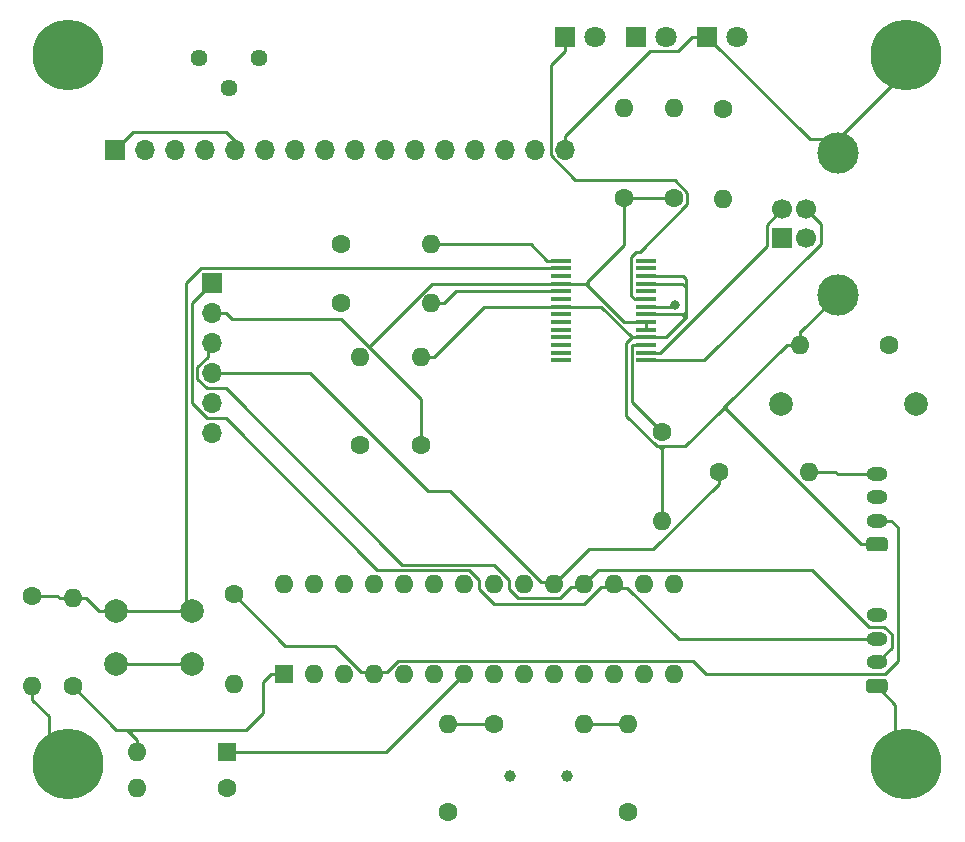
<source format=gbr>
%TF.GenerationSoftware,KiCad,Pcbnew,5.1.6*%
%TF.CreationDate,2020-08-22T14:38:23+02:00*%
%TF.ProjectId,livello_serbatoio_definitiva,6c697665-6c6c-46f5-9f73-65726261746f,rev?*%
%TF.SameCoordinates,Original*%
%TF.FileFunction,Copper,L1,Top*%
%TF.FilePolarity,Positive*%
%FSLAX46Y46*%
G04 Gerber Fmt 4.6, Leading zero omitted, Abs format (unit mm)*
G04 Created by KiCad (PCBNEW 5.1.6) date 2020-08-22 14:38:23*
%MOMM*%
%LPD*%
G01*
G04 APERTURE LIST*
%TA.AperFunction,ComponentPad*%
%ADD10R,1.600000X1.600000*%
%TD*%
%TA.AperFunction,ComponentPad*%
%ADD11O,1.600000X1.600000*%
%TD*%
%TA.AperFunction,ComponentPad*%
%ADD12R,1.700000X1.700000*%
%TD*%
%TA.AperFunction,ComponentPad*%
%ADD13C,1.700000*%
%TD*%
%TA.AperFunction,ComponentPad*%
%ADD14C,3.500000*%
%TD*%
%TA.AperFunction,ComponentPad*%
%ADD15C,6.000000*%
%TD*%
%TA.AperFunction,ComponentPad*%
%ADD16C,0.800000*%
%TD*%
%TA.AperFunction,ComponentPad*%
%ADD17C,1.000000*%
%TD*%
%TA.AperFunction,ComponentPad*%
%ADD18C,2.000000*%
%TD*%
%TA.AperFunction,ComponentPad*%
%ADD19C,1.600000*%
%TD*%
%TA.AperFunction,SMDPad,CuDef*%
%ADD20R,1.750000X0.450000*%
%TD*%
%TA.AperFunction,ComponentPad*%
%ADD21C,1.800000*%
%TD*%
%TA.AperFunction,ComponentPad*%
%ADD22R,1.800000X1.800000*%
%TD*%
%TA.AperFunction,ComponentPad*%
%ADD23O,1.800000X1.200000*%
%TD*%
%TA.AperFunction,ComponentPad*%
%ADD24C,1.440000*%
%TD*%
%TA.AperFunction,ComponentPad*%
%ADD25O,1.700000X1.700000*%
%TD*%
%TA.AperFunction,ViaPad*%
%ADD26C,0.800000*%
%TD*%
%TA.AperFunction,Conductor*%
%ADD27C,0.254000*%
%TD*%
G04 APERTURE END LIST*
D10*
%TO.P,U2,1*%
%TO.N,ICSP_RST*%
X111300000Y-126400000D03*
D11*
%TO.P,U2,15*%
%TO.N,BLA*%
X144320000Y-118780000D03*
%TO.P,U2,2*%
%TO.N,TX*%
X113840000Y-126400000D03*
%TO.P,U2,16*%
%TO.N,Net-(U2-Pad16)*%
X141780000Y-118780000D03*
%TO.P,U2,3*%
%TO.N,RX*%
X116380000Y-126400000D03*
%TO.P,U2,17*%
%TO.N,D11*%
X139240000Y-118780000D03*
%TO.P,U2,4*%
%TO.N,D2*%
X118920000Y-126400000D03*
%TO.P,U2,18*%
%TO.N,D12*%
X136700000Y-118780000D03*
%TO.P,U2,5*%
%TO.N,D3*%
X121460000Y-126400000D03*
%TO.P,U2,19*%
%TO.N,D13*%
X134160000Y-118780000D03*
%TO.P,U2,6*%
%TO.N,D4*%
X124000000Y-126400000D03*
%TO.P,U2,20*%
%TO.N,VDD*%
X131620000Y-118780000D03*
%TO.P,U2,7*%
X126540000Y-126400000D03*
%TO.P,U2,21*%
%TO.N,Net-(C3-Pad1)*%
X129080000Y-118780000D03*
%TO.P,U2,8*%
%TO.N,BLK*%
X129080000Y-126400000D03*
%TO.P,U2,22*%
X126540000Y-118780000D03*
%TO.P,U2,9*%
%TO.N,Net-(C7-Pad2)*%
X131620000Y-126400000D03*
%TO.P,U2,23*%
%TO.N,Net-(U2-Pad23)*%
X124000000Y-118780000D03*
%TO.P,U2,10*%
%TO.N,Net-(C8-Pad2)*%
X134160000Y-126400000D03*
%TO.P,U2,24*%
%TO.N,Net-(U2-Pad24)*%
X121460000Y-118780000D03*
%TO.P,U2,11*%
%TO.N,D5*%
X136700000Y-126400000D03*
%TO.P,U2,25*%
%TO.N,Net-(U2-Pad25)*%
X118920000Y-118780000D03*
%TO.P,U2,12*%
%TO.N,D6*%
X139240000Y-126400000D03*
%TO.P,U2,26*%
%TO.N,Net-(U2-Pad26)*%
X116380000Y-118780000D03*
%TO.P,U2,13*%
%TO.N,D7*%
X141780000Y-126400000D03*
%TO.P,U2,27*%
%TO.N,Net-(U2-Pad27)*%
X113840000Y-118780000D03*
%TO.P,U2,14*%
%TO.N,D8*%
X144320000Y-126400000D03*
%TO.P,U2,28*%
%TO.N,Net-(U2-Pad28)*%
X111300000Y-118780000D03*
%TD*%
D12*
%TO.P,J1,1*%
%TO.N,Net-(C1-Pad1)*%
X153500000Y-89500000D03*
D13*
%TO.P,J1,2*%
%TO.N,Net-(J1-Pad2)*%
X153500000Y-87000000D03*
%TO.P,J1,3*%
%TO.N,Net-(J1-Pad3)*%
X155500000Y-87000000D03*
%TO.P,J1,4*%
%TO.N,BLK*%
X155500000Y-89500000D03*
D14*
%TO.P,J1,5*%
X158210000Y-94270000D03*
X158210000Y-82230000D03*
%TD*%
D15*
%TO.P,H4,1*%
%TO.N,BLK*%
X93000000Y-134000000D03*
D16*
X95250000Y-134000000D03*
X94590990Y-135590990D03*
X93000000Y-136250000D03*
X91409010Y-135590990D03*
X90750000Y-134000000D03*
X91409010Y-132409010D03*
X93000000Y-131750000D03*
X94590990Y-132409010D03*
%TD*%
D17*
%TO.P,Y1,1*%
%TO.N,Net-(C8-Pad2)*%
X135290000Y-135050000D03*
%TO.P,Y1,2*%
%TO.N,Net-(C7-Pad2)*%
X130410000Y-135050000D03*
%TD*%
D18*
%TO.P,F1,1*%
%TO.N,VDD*%
X153400000Y-103500000D03*
%TO.P,F1,2*%
%TO.N,Net-(C1-Pad1)*%
X164800000Y-103500000D03*
%TD*%
D19*
%TO.P,C3,1*%
%TO.N,Net-(C3-Pad1)*%
X117700000Y-107000000D03*
D11*
%TO.P,C3,2*%
%TO.N,BLK*%
X117700000Y-99500000D03*
%TD*%
D20*
%TO.P,U1,1*%
%TO.N,Net-(R1-Pad2)*%
X134750000Y-91375000D03*
%TO.P,U1,2*%
%TO.N,DTR*%
X134750000Y-92025000D03*
%TO.P,U1,3*%
%TO.N,Net-(U1-Pad3)*%
X134750000Y-92675000D03*
%TO.P,U1,4*%
%TO.N,VDD*%
X134750000Y-93325000D03*
%TO.P,U1,5*%
%TO.N,Net-(R2-Pad2)*%
X134750000Y-93975000D03*
%TO.P,U1,6*%
%TO.N,Net-(U1-Pad6)*%
X134750000Y-94625000D03*
%TO.P,U1,7*%
%TO.N,BLK*%
X134750000Y-95275000D03*
%TO.P,U1,8*%
%TO.N,N/C*%
X134750000Y-95925000D03*
%TO.P,U1,9*%
%TO.N,Net-(U1-Pad9)*%
X134750000Y-96575000D03*
%TO.P,U1,10*%
%TO.N,Net-(U1-Pad10)*%
X134750000Y-97225000D03*
%TO.P,U1,11*%
%TO.N,Net-(U1-Pad11)*%
X134750000Y-97875000D03*
%TO.P,U1,12*%
%TO.N,Net-(U1-Pad12)*%
X134750000Y-98525000D03*
%TO.P,U1,13*%
%TO.N,Net-(U1-Pad13)*%
X134750000Y-99175000D03*
%TO.P,U1,14*%
%TO.N,Net-(U1-Pad14)*%
X134750000Y-99825000D03*
%TO.P,U1,15*%
%TO.N,Net-(J1-Pad3)*%
X141950000Y-99825000D03*
%TO.P,U1,16*%
%TO.N,Net-(J1-Pad2)*%
X141950000Y-99175000D03*
%TO.P,U1,17*%
%TO.N,Net-(C2-Pad1)*%
X141950000Y-98525000D03*
%TO.P,U1,18*%
%TO.N,BLK*%
X141950000Y-97875000D03*
%TO.P,U1,19*%
%TO.N,VDD*%
X141950000Y-97225000D03*
%TO.P,U1,20*%
X141950000Y-96575000D03*
%TO.P,U1,21*%
%TO.N,BLK*%
X141950000Y-95925000D03*
%TO.P,U1,22*%
%TO.N,Net-(D2-Pad1)*%
X141950000Y-95275000D03*
%TO.P,U1,23*%
%TO.N,Net-(D1-Pad1)*%
X141950000Y-94625000D03*
%TO.P,U1,24*%
%TO.N,N/C*%
X141950000Y-93975000D03*
%TO.P,U1,25*%
%TO.N,BLK*%
X141950000Y-93325000D03*
%TO.P,U1,26*%
X141950000Y-92675000D03*
%TO.P,U1,27*%
%TO.N,Net-(U1-Pad27)*%
X141950000Y-92025000D03*
%TO.P,U1,28*%
%TO.N,Net-(U1-Pad28)*%
X141950000Y-91375000D03*
%TD*%
D19*
%TO.P,C2,1*%
%TO.N,Net-(C2-Pad1)*%
X143300000Y-105900000D03*
D11*
%TO.P,C2,2*%
%TO.N,BLK*%
X143300000Y-113400000D03*
%TD*%
%TO.P,C1,2*%
%TO.N,BLK*%
X155000000Y-98500000D03*
D19*
%TO.P,C1,1*%
%TO.N,Net-(C1-Pad1)*%
X162500000Y-98500000D03*
%TD*%
D11*
%TO.P,C4,2*%
%TO.N,DTR*%
X93400000Y-119900000D03*
D19*
%TO.P,C4,1*%
%TO.N,ICSP_RST*%
X93400000Y-127400000D03*
%TD*%
D11*
%TO.P,C6,2*%
%TO.N,BLK*%
X122900000Y-99500000D03*
D19*
%TO.P,C6,1*%
%TO.N,VDD*%
X122900000Y-107000000D03*
%TD*%
%TO.P,C7,1*%
%TO.N,BLK*%
X125200000Y-138100000D03*
D11*
%TO.P,C7,2*%
%TO.N,Net-(C7-Pad2)*%
X125200000Y-130600000D03*
%TD*%
%TO.P,C8,2*%
%TO.N,Net-(C8-Pad2)*%
X140400000Y-130600000D03*
D19*
%TO.P,C8,1*%
%TO.N,BLK*%
X140400000Y-138100000D03*
%TD*%
D21*
%TO.P,D1,2*%
%TO.N,Net-(D1-Pad2)*%
X137640000Y-72400000D03*
D22*
%TO.P,D1,1*%
%TO.N,Net-(D1-Pad1)*%
X135100000Y-72400000D03*
%TD*%
%TO.P,D2,1*%
%TO.N,Net-(D2-Pad1)*%
X141100000Y-72400000D03*
D21*
%TO.P,D2,2*%
%TO.N,Net-(D2-Pad2)*%
X143640000Y-72400000D03*
%TD*%
D10*
%TO.P,D3,1*%
%TO.N,VDD*%
X106500000Y-133000000D03*
D11*
%TO.P,D3,2*%
%TO.N,ICSP_RST*%
X98880000Y-133000000D03*
%TD*%
D22*
%TO.P,D4,1*%
%TO.N,BLK*%
X147100000Y-72400000D03*
D21*
%TO.P,D4,2*%
%TO.N,Net-(D4-Pad2)*%
X149640000Y-72400000D03*
%TD*%
%TO.P,J4,1*%
%TO.N,BLK*%
%TA.AperFunction,ComponentPad*%
G36*
G01*
X162150001Y-116000000D02*
X160849999Y-116000000D01*
G75*
G02*
X160600000Y-115750001I0J249999D01*
G01*
X160600000Y-115049999D01*
G75*
G02*
X160849999Y-114800000I249999J0D01*
G01*
X162150001Y-114800000D01*
G75*
G02*
X162400000Y-115049999I0J-249999D01*
G01*
X162400000Y-115750001D01*
G75*
G02*
X162150001Y-116000000I-249999J0D01*
G01*
G37*
%TD.AperFunction*%
D23*
%TO.P,J4,2*%
%TO.N,D2*%
X161500000Y-113400000D03*
%TO.P,J4,3*%
%TO.N,VDD*%
X161500000Y-111400000D03*
%TO.P,J4,4*%
%TO.N,Net-(J4-Pad4)*%
X161500000Y-109400000D03*
%TD*%
D11*
%TO.P,R1,2*%
%TO.N,Net-(R1-Pad2)*%
X123720000Y-90000000D03*
D19*
%TO.P,R1,1*%
%TO.N,TX*%
X116100000Y-90000000D03*
%TD*%
D11*
%TO.P,R2,2*%
%TO.N,Net-(R2-Pad2)*%
X123720000Y-95000000D03*
D19*
%TO.P,R2,1*%
%TO.N,RX*%
X116100000Y-95000000D03*
%TD*%
%TO.P,R3,1*%
%TO.N,VDD*%
X140100000Y-86100000D03*
D11*
%TO.P,R3,2*%
%TO.N,Net-(D1-Pad2)*%
X140100000Y-78480000D03*
%TD*%
D19*
%TO.P,R4,1*%
%TO.N,VDD*%
X144300000Y-86100000D03*
D11*
%TO.P,R4,2*%
%TO.N,Net-(D2-Pad2)*%
X144300000Y-78480000D03*
%TD*%
%TO.P,R5,2*%
%TO.N,BLK*%
X90000000Y-127420000D03*
D19*
%TO.P,R5,1*%
%TO.N,DTR*%
X90000000Y-119800000D03*
%TD*%
%TO.P,R6,1*%
%TO.N,VDD*%
X106500000Y-136000000D03*
D11*
%TO.P,R6,2*%
%TO.N,ICSP_RST*%
X98880000Y-136000000D03*
%TD*%
D19*
%TO.P,R7,1*%
%TO.N,Net-(C7-Pad2)*%
X129100000Y-130600000D03*
D11*
%TO.P,R7,2*%
%TO.N,Net-(C8-Pad2)*%
X136720000Y-130600000D03*
%TD*%
%TO.P,R8,2*%
%TO.N,Net-(J4-Pad4)*%
X155720000Y-109300000D03*
D19*
%TO.P,R8,1*%
%TO.N,D13*%
X148100000Y-109300000D03*
%TD*%
D11*
%TO.P,R9,2*%
%TO.N,VDD*%
X148500000Y-86120000D03*
D19*
%TO.P,R9,1*%
%TO.N,Net-(D4-Pad2)*%
X148500000Y-78500000D03*
%TD*%
%TO.P,R11,1*%
%TO.N,D2*%
X107050000Y-119630000D03*
D11*
%TO.P,R11,2*%
%TO.N,BLK*%
X107050000Y-127250000D03*
%TD*%
D24*
%TO.P,RV1,3*%
%TO.N,BLK*%
X109180000Y-74200000D03*
%TO.P,RV1,2*%
%TO.N,V0*%
X106640000Y-76740000D03*
%TO.P,RV1,1*%
%TO.N,VDD*%
X104100000Y-74200000D03*
%TD*%
D18*
%TO.P,SW1,2*%
%TO.N,BLK*%
X97050000Y-125500000D03*
%TO.P,SW1,1*%
%TO.N,DTR*%
X97050000Y-121000000D03*
%TO.P,SW1,2*%
%TO.N,BLK*%
X103550000Y-125500000D03*
%TO.P,SW1,1*%
%TO.N,DTR*%
X103550000Y-121000000D03*
%TD*%
%TO.P,J2,1*%
%TO.N,BLK*%
%TA.AperFunction,ComponentPad*%
G36*
G01*
X162150001Y-128000000D02*
X160849999Y-128000000D01*
G75*
G02*
X160600000Y-127750001I0J249999D01*
G01*
X160600000Y-127049999D01*
G75*
G02*
X160849999Y-126800000I249999J0D01*
G01*
X162150001Y-126800000D01*
G75*
G02*
X162400000Y-127049999I0J-249999D01*
G01*
X162400000Y-127750001D01*
G75*
G02*
X162150001Y-128000000I-249999J0D01*
G01*
G37*
%TD.AperFunction*%
D23*
%TO.P,J2,2*%
%TO.N,D12*%
X161500000Y-125400000D03*
%TO.P,J2,3*%
%TO.N,D11*%
X161500000Y-123400000D03*
%TO.P,J2,4*%
%TO.N,VDD*%
X161500000Y-121400000D03*
%TD*%
D12*
%TO.P,J3,1*%
%TO.N,BLK*%
X97000000Y-82000000D03*
D25*
%TO.P,J3,2*%
%TO.N,VDD*%
X99540000Y-82000000D03*
%TO.P,J3,3*%
%TO.N,V0*%
X102080000Y-82000000D03*
%TO.P,J3,4*%
%TO.N,D3*%
X104620000Y-82000000D03*
%TO.P,J3,5*%
%TO.N,BLK*%
X107160000Y-82000000D03*
%TO.P,J3,6*%
%TO.N,D4*%
X109700000Y-82000000D03*
%TO.P,J3,7*%
%TO.N,DB0*%
X112240000Y-82000000D03*
%TO.P,J3,8*%
%TO.N,DB1*%
X114780000Y-82000000D03*
%TO.P,J3,9*%
%TO.N,DB2*%
X117320000Y-82000000D03*
%TO.P,J3,10*%
%TO.N,DB3*%
X119860000Y-82000000D03*
%TO.P,J3,11*%
%TO.N,D5*%
X122400000Y-82000000D03*
%TO.P,J3,12*%
%TO.N,D6*%
X124940000Y-82000000D03*
%TO.P,J3,13*%
%TO.N,D7*%
X127480000Y-82000000D03*
%TO.P,J3,14*%
%TO.N,D8*%
X130020000Y-82000000D03*
%TO.P,J3,15*%
%TO.N,BLA*%
X132560000Y-82000000D03*
%TO.P,J3,16*%
%TO.N,BLK*%
X135100000Y-82000000D03*
%TD*%
D12*
%TO.P,J5,1*%
%TO.N,D11*%
X105200000Y-93300000D03*
D25*
%TO.P,J5,2*%
%TO.N,VDD*%
X105200000Y-95840000D03*
%TO.P,J5,3*%
%TO.N,D12*%
X105200000Y-98380000D03*
%TO.P,J5,4*%
%TO.N,D13*%
X105200000Y-100920000D03*
%TO.P,J5,5*%
%TO.N,ICSP_RST*%
X105200000Y-103460000D03*
%TO.P,J5,6*%
%TO.N,BLK*%
X105200000Y-106000000D03*
%TD*%
D16*
%TO.P,H1,1*%
%TO.N,BLK*%
X94590990Y-72409010D03*
X93000000Y-71750000D03*
X91409010Y-72409010D03*
X90750000Y-74000000D03*
X91409010Y-75590990D03*
X93000000Y-76250000D03*
X94590990Y-75590990D03*
X95250000Y-74000000D03*
D15*
X93000000Y-74000000D03*
%TD*%
%TO.P,H2,1*%
%TO.N,BLK*%
X164000000Y-74000000D03*
D16*
X166250000Y-74000000D03*
X165590990Y-75590990D03*
X164000000Y-76250000D03*
X162409010Y-75590990D03*
X161750000Y-74000000D03*
X162409010Y-72409010D03*
X164000000Y-71750000D03*
X165590990Y-72409010D03*
%TD*%
%TO.P,H3,1*%
%TO.N,BLK*%
X165590990Y-132409010D03*
X164000000Y-131750000D03*
X162409010Y-132409010D03*
X161750000Y-134000000D03*
X162409010Y-135590990D03*
X164000000Y-136250000D03*
X165590990Y-135590990D03*
X166250000Y-134000000D03*
D15*
X164000000Y-134000000D03*
%TD*%
D26*
%TO.N,Net-(D2-Pad1)*%
X144400000Y-95100000D03*
%TD*%
D27*
%TO.N,BLK*%
X155000000Y-98500000D02*
X155000000Y-97372700D01*
X158210000Y-94270000D02*
X155107300Y-97372700D01*
X155107300Y-97372700D02*
X155000000Y-97372700D01*
X155000000Y-98500000D02*
X153872700Y-98500000D01*
X161500000Y-115400000D02*
X160164000Y-115400000D01*
X142872700Y-107081100D02*
X140286500Y-104494900D01*
X140286500Y-104494900D02*
X140286500Y-98336200D01*
X140286500Y-98336200D02*
X140747700Y-97875000D01*
X134750000Y-95275000D02*
X138147700Y-95275000D01*
X138147700Y-95275000D02*
X140747700Y-97875000D01*
X124027300Y-99500000D02*
X128252300Y-95275000D01*
X128252300Y-95275000D02*
X134750000Y-95275000D01*
X141950000Y-97875000D02*
X140747700Y-97875000D01*
X164000000Y-131750000D02*
X164932000Y-131750000D01*
X164932000Y-131750000D02*
X165591000Y-132409000D01*
X163068000Y-131750000D02*
X164000000Y-131750000D01*
X158210000Y-81108000D02*
X163068000Y-76250000D01*
X158210000Y-82230000D02*
X158210000Y-81108000D01*
X143038700Y-93325000D02*
X143152300Y-93325000D01*
X141950000Y-93325000D02*
X143038700Y-93325000D01*
X92341000Y-132409000D02*
X93000000Y-131750000D01*
X91409000Y-132409000D02*
X92341000Y-132409000D01*
X92341000Y-132409000D02*
X92341000Y-133341000D01*
X92341000Y-133341000D02*
X93000000Y-134000000D01*
X164659000Y-135591000D02*
X164000000Y-136250000D01*
X165591000Y-135591000D02*
X164659000Y-135591000D01*
X164000000Y-134000000D02*
X164659000Y-134659000D01*
X164659000Y-134659000D02*
X164659000Y-135591000D01*
X162409000Y-73670500D02*
X163670500Y-73670500D01*
X163670500Y-73670500D02*
X164000000Y-74000000D01*
X161750000Y-74000000D02*
X162079500Y-73670500D01*
X162079500Y-73670500D02*
X162409000Y-73670500D01*
X162409000Y-73670500D02*
X162409000Y-72409000D01*
X162409000Y-72409000D02*
X163341000Y-72409000D01*
X163341000Y-72409000D02*
X164000000Y-71750000D01*
X163068000Y-76250000D02*
X162409000Y-75591000D01*
X164000000Y-76250000D02*
X163068000Y-76250000D01*
X163068000Y-131750000D02*
X162409000Y-132409000D01*
X163068000Y-131750000D02*
X163068000Y-128968000D01*
X163068000Y-128968000D02*
X161500000Y-127400000D01*
X143300000Y-113400000D02*
X143300000Y-112272700D01*
X135100000Y-82000000D02*
X135100000Y-80822700D01*
X147100000Y-72400000D02*
X145872700Y-72400000D01*
X145872700Y-72400000D02*
X144645400Y-73627300D01*
X144645400Y-73627300D02*
X142295400Y-73627300D01*
X142295400Y-73627300D02*
X135100000Y-80822700D01*
X92341000Y-75591000D02*
X93000000Y-76250000D01*
X91409000Y-75591000D02*
X92341000Y-75591000D01*
X92341000Y-75591000D02*
X92341000Y-74659000D01*
X92341000Y-74659000D02*
X93000000Y-74000000D01*
X90000000Y-127420000D02*
X90000000Y-128547300D01*
X91409000Y-132409000D02*
X91409000Y-129956300D01*
X91409000Y-129956300D02*
X90000000Y-128547300D01*
X93000000Y-136250000D02*
X92068000Y-136250000D01*
X92068000Y-136250000D02*
X91409000Y-135591000D01*
X93000000Y-131750000D02*
X93932000Y-131750000D01*
X93932000Y-131750000D02*
X94591000Y-132409000D01*
X164000000Y-71750000D02*
X164932000Y-71750000D01*
X164932000Y-71750000D02*
X165591000Y-72409000D01*
X122900000Y-99500000D02*
X124027300Y-99500000D01*
X164000000Y-136250000D02*
X163341000Y-135591000D01*
X163341000Y-135591000D02*
X162409000Y-135591000D01*
X97050000Y-125500000D02*
X103550000Y-125500000D01*
X93000000Y-71750000D02*
X92068000Y-71750000D01*
X92068000Y-71750000D02*
X91409000Y-72409000D01*
X144125000Y-93325000D02*
X143038700Y-93325000D01*
X143152300Y-95925000D02*
X141950000Y-95925000D01*
X145300000Y-96200000D02*
X145300000Y-96000000D01*
X145300000Y-96000000D02*
X145225000Y-95925000D01*
X141950000Y-97875000D02*
X143625000Y-97875000D01*
X145025000Y-93325000D02*
X144125000Y-93325000D01*
X145300000Y-93600000D02*
X145025000Y-93325000D01*
X143152300Y-92675000D02*
X141950000Y-92675000D01*
X145075000Y-92675000D02*
X143152300Y-92675000D01*
X145300000Y-92900000D02*
X145075000Y-92675000D01*
X145300000Y-93600000D02*
X145300000Y-92900000D01*
X145225000Y-95925000D02*
X145025000Y-95925000D01*
X145025000Y-95925000D02*
X143152300Y-95925000D01*
X145200000Y-96300000D02*
X145300000Y-96200000D01*
X143625000Y-97875000D02*
X145200000Y-96300000D01*
X107160000Y-82000000D02*
X107160000Y-81260000D01*
X107160000Y-81260000D02*
X106400000Y-80500000D01*
X98500000Y-80500000D02*
X97000000Y-82000000D01*
X106400000Y-80500000D02*
X98500000Y-80500000D01*
X155808000Y-81108000D02*
X147100000Y-72400000D01*
X156708000Y-81108000D02*
X155808000Y-81108000D01*
X158210000Y-81108000D02*
X156708000Y-81108000D01*
X156708000Y-81108000D02*
X156575100Y-81108000D01*
X143618900Y-107081100D02*
X145291600Y-107081100D01*
X143300000Y-112272700D02*
X143300000Y-107300000D01*
X143300000Y-107300000D02*
X143300000Y-107081100D01*
X143300000Y-107300000D02*
X143081100Y-107081100D01*
X143081100Y-107081100D02*
X142872700Y-107081100D01*
X143300000Y-107081100D02*
X143081100Y-107081100D01*
X143300000Y-107300000D02*
X143300000Y-107262200D01*
X143481100Y-107081100D02*
X143618900Y-107081100D01*
X143300000Y-107262200D02*
X143481100Y-107081100D01*
X143300000Y-107081100D02*
X143481100Y-107081100D01*
X148732049Y-103640651D02*
X148736350Y-103636350D01*
X148732049Y-103967951D02*
X148732049Y-103640651D01*
X148736350Y-103636350D02*
X153872700Y-98500000D01*
X148568400Y-103804300D02*
X148736350Y-103636350D01*
X160164000Y-115400000D02*
X148732049Y-103967951D01*
X148732049Y-103967951D02*
X148568400Y-103804300D01*
X148404749Y-103967951D02*
X148386350Y-103986350D01*
X148732049Y-103967951D02*
X148404749Y-103967951D01*
X148386350Y-103986350D02*
X148568400Y-103804300D01*
X145291600Y-107081100D02*
X148386350Y-103986350D01*
X145075000Y-95925000D02*
X145300000Y-95700000D01*
X145025000Y-95925000D02*
X145075000Y-95925000D01*
X145300000Y-95700000D02*
X145300000Y-93600000D01*
X145300000Y-96000000D02*
X145300000Y-95700000D01*
X145200000Y-96100000D02*
X145150000Y-96050000D01*
X145200000Y-96300000D02*
X145200000Y-96100000D01*
X145150000Y-96050000D02*
X145300000Y-96200000D01*
X145025000Y-95925000D02*
X145150000Y-96050000D01*
%TO.N,Net-(C2-Pad1)*%
X141950000Y-98525000D02*
X140747700Y-98525000D01*
X140747700Y-98525000D02*
X140747700Y-103347700D01*
X140747700Y-103347700D02*
X143300000Y-105900000D01*
%TO.N,DTR*%
X103022200Y-121000000D02*
X97050000Y-121000000D01*
X103550000Y-121000000D02*
X103022200Y-121000000D01*
X103022200Y-121000000D02*
X103022200Y-93261500D01*
X103022200Y-93261500D02*
X104258700Y-92025000D01*
X104258700Y-92025000D02*
X134750000Y-92025000D01*
X93400000Y-119900000D02*
X94527300Y-119900000D01*
X97050000Y-121000000D02*
X95627300Y-121000000D01*
X95627300Y-121000000D02*
X94527300Y-119900000D01*
X93400000Y-119900000D02*
X92272700Y-119900000D01*
X90000000Y-119800000D02*
X92172700Y-119800000D01*
X92172700Y-119800000D02*
X92272700Y-119900000D01*
%TO.N,VDD*%
X140656300Y-96575000D02*
X140747700Y-96575000D01*
X141950000Y-96575000D02*
X140747700Y-96575000D01*
X140100000Y-86100000D02*
X144300000Y-86100000D01*
X118469400Y-98656200D02*
X123800600Y-93325000D01*
X123800600Y-93325000D02*
X134750000Y-93325000D01*
X118469400Y-98656200D02*
X122900000Y-103086900D01*
X122900000Y-103086900D02*
X122900000Y-107000000D01*
X106377300Y-95840000D02*
X106865300Y-96328000D01*
X106865300Y-96328000D02*
X116141100Y-96328000D01*
X116141100Y-96328000D02*
X118469400Y-98656200D01*
X105200000Y-95840000D02*
X106377300Y-95840000D01*
X141950000Y-96575000D02*
X141950000Y-97225000D01*
X140089766Y-96575000D02*
X140747700Y-96575000D01*
X134750000Y-93325000D02*
X136839766Y-93325000D01*
X135879000Y-93325000D02*
X134750000Y-93325000D01*
X140100000Y-86100000D02*
X140100000Y-90064766D01*
X119940000Y-133000000D02*
X126540000Y-126400000D01*
X106500000Y-133000000D02*
X119940000Y-133000000D01*
X137032383Y-93467617D02*
X137007383Y-93492617D01*
X137007383Y-93492617D02*
X140089766Y-96575000D01*
X136839766Y-93325000D02*
X137007383Y-93492617D01*
X140100000Y-90064766D02*
X137032383Y-93132383D01*
X137032383Y-93132383D02*
X137032383Y-93467617D01*
X137032383Y-93132383D02*
X136839766Y-93325000D01*
%TO.N,Net-(C7-Pad2)*%
X129100000Y-130600000D02*
X125200000Y-130600000D01*
%TO.N,Net-(C8-Pad2)*%
X136720000Y-130600000D02*
X140400000Y-130600000D01*
%TO.N,Net-(D1-Pad1)*%
X135100000Y-72400000D02*
X135100000Y-73627300D01*
X135100000Y-73627300D02*
X133892100Y-74835200D01*
X133892100Y-74835200D02*
X133892100Y-82473200D01*
X133892100Y-82473200D02*
X135956600Y-84537700D01*
X135956600Y-84537700D02*
X144363700Y-84537700D01*
X144363700Y-84537700D02*
X145440200Y-85614200D01*
X145440200Y-85614200D02*
X145440200Y-86598100D01*
X145440200Y-86598100D02*
X141434100Y-90604200D01*
X141434100Y-90604200D02*
X141123800Y-90604200D01*
X141123800Y-90604200D02*
X140700100Y-91027900D01*
X140700100Y-91027900D02*
X140700100Y-94339500D01*
X140700100Y-94339500D02*
X140985600Y-94625000D01*
X140985600Y-94625000D02*
X141950000Y-94625000D01*
%TO.N,Net-(D2-Pad1)*%
X141950000Y-95275000D02*
X143098000Y-95275000D01*
X143098000Y-95275000D02*
X144225000Y-95275000D01*
X144225000Y-95275000D02*
X144400000Y-95100000D01*
%TO.N,Net-(J1-Pad2)*%
X141950000Y-99175000D02*
X143152300Y-99175000D01*
X143152300Y-99175000D02*
X152177400Y-90149900D01*
X152177400Y-90149900D02*
X152177400Y-88322600D01*
X152177400Y-88322600D02*
X153500000Y-87000000D01*
%TO.N,Net-(J1-Pad3)*%
X141950000Y-99825000D02*
X146846200Y-99825000D01*
X146846200Y-99825000D02*
X156739900Y-89931300D01*
X156739900Y-89931300D02*
X156739900Y-88239900D01*
X156739900Y-88239900D02*
X155500000Y-87000000D01*
%TO.N,D12*%
X104832100Y-99557300D02*
X103975400Y-100414000D01*
X103975400Y-100414000D02*
X103975400Y-101374600D01*
X103975400Y-101374600D02*
X104790800Y-102190000D01*
X104790800Y-102190000D02*
X106377400Y-102190000D01*
X106377400Y-102190000D02*
X121298400Y-117111000D01*
X121298400Y-117111000D02*
X129078100Y-117111000D01*
X129078100Y-117111000D02*
X130350000Y-118382900D01*
X130350000Y-118382900D02*
X130350000Y-119145200D01*
X130350000Y-119145200D02*
X131115600Y-119910800D01*
X131115600Y-119910800D02*
X134675500Y-119910800D01*
X134675500Y-119910800D02*
X135572700Y-119013600D01*
X161500000Y-125400000D02*
X162740100Y-124159900D01*
X162740100Y-124159900D02*
X162740100Y-123003800D01*
X162740100Y-123003800D02*
X162136300Y-122400000D01*
X162136300Y-122400000D02*
X160813100Y-122400000D01*
X160813100Y-122400000D02*
X156022400Y-117609300D01*
X156022400Y-117609300D02*
X137870700Y-117609300D01*
X137870700Y-117609300D02*
X136700000Y-118780000D01*
X136466400Y-119013600D02*
X136700000Y-118780000D01*
X135572700Y-119013600D02*
X136466400Y-119013600D01*
X104832100Y-98747900D02*
X105200000Y-98380000D01*
X104832100Y-99557300D02*
X104832100Y-98747900D01*
%TO.N,D11*%
X161500000Y-123400000D02*
X144705500Y-123400000D01*
X144705500Y-123400000D02*
X140367300Y-119061800D01*
X139521800Y-119061800D02*
X139240000Y-118780000D01*
X140367300Y-119061800D02*
X139521800Y-119061800D01*
X103521000Y-94979000D02*
X105200000Y-93300000D01*
X104798700Y-104730000D02*
X103521000Y-103452300D01*
X103521000Y-103452300D02*
X103521000Y-94979000D01*
X126988500Y-117565400D02*
X119212800Y-117565400D01*
X106377400Y-104730000D02*
X104798700Y-104730000D01*
X127810000Y-118386900D02*
X126988500Y-117565400D01*
X127810000Y-119138900D02*
X127810000Y-118386900D01*
X129087300Y-120416200D02*
X127810000Y-119138900D01*
X136710100Y-120416200D02*
X129087300Y-120416200D01*
X138112700Y-119013600D02*
X136710100Y-120416200D01*
X119212800Y-117565400D02*
X106377400Y-104730000D01*
X139006400Y-119013600D02*
X138112700Y-119013600D01*
X139240000Y-118780000D02*
X139006400Y-119013600D01*
%TO.N,D2*%
X161500000Y-113400000D02*
X162727300Y-113400000D01*
X162727300Y-113400000D02*
X163245700Y-113918400D01*
X163245700Y-113918400D02*
X163245700Y-125270500D01*
X163245700Y-125270500D02*
X162167700Y-126348500D01*
X162167700Y-126348500D02*
X147011300Y-126348500D01*
X147011300Y-126348500D02*
X145911700Y-125248900D01*
X145911700Y-125248900D02*
X120964800Y-125248900D01*
X120964800Y-125248900D02*
X120047300Y-126166400D01*
X107050000Y-119630000D02*
X111422600Y-124002600D01*
X111422600Y-124002600D02*
X115628900Y-124002600D01*
X115628900Y-124002600D02*
X117792700Y-126166400D01*
X118686400Y-126166400D02*
X118920000Y-126400000D01*
X117792700Y-126166400D02*
X118686400Y-126166400D01*
X119153600Y-126166400D02*
X118920000Y-126400000D01*
X120047300Y-126166400D02*
X119153600Y-126166400D01*
%TO.N,Net-(J4-Pad4)*%
X155720000Y-109300000D02*
X158000000Y-109300000D01*
X158100000Y-109400000D02*
X161500000Y-109400000D01*
X158000000Y-109300000D02*
X158100000Y-109400000D01*
%TO.N,Net-(R1-Pad2)*%
X134750000Y-91375000D02*
X133547700Y-91375000D01*
X123720000Y-90000000D02*
X132172700Y-90000000D01*
X132172700Y-90000000D02*
X133547700Y-91375000D01*
%TO.N,Net-(R2-Pad2)*%
X123720000Y-95000000D02*
X124847300Y-95000000D01*
X124847300Y-95000000D02*
X125872300Y-93975000D01*
X125872300Y-93975000D02*
X134750000Y-93975000D01*
%TO.N,D13*%
X105200000Y-100920000D02*
X113529800Y-100920000D01*
X113529800Y-100920000D02*
X123464700Y-110854900D01*
X123464700Y-110854900D02*
X125341200Y-110854900D01*
X125341200Y-110854900D02*
X133032700Y-118546400D01*
X134160000Y-118780000D02*
X137113600Y-115826400D01*
X137113600Y-115826400D02*
X142554600Y-115826400D01*
X142554600Y-115826400D02*
X148100000Y-110281000D01*
X148100000Y-110281000D02*
X148100000Y-109300000D01*
X133926400Y-118546400D02*
X134160000Y-118780000D01*
X133032700Y-118546400D02*
X133926400Y-118546400D01*
%TO.N,ICSP_RST*%
X111300000Y-126400000D02*
X110172700Y-126400000D01*
X98880000Y-133000000D02*
X98880000Y-131986300D01*
X93400000Y-127400000D02*
X97100000Y-131100000D01*
X97100000Y-131100000D02*
X97993700Y-131100000D01*
X108100000Y-131100000D02*
X109500000Y-129700000D01*
X109500000Y-127072700D02*
X110172700Y-126400000D01*
X109500000Y-129700000D02*
X109500000Y-127072700D01*
X98246850Y-131253150D02*
X98400000Y-131100000D01*
X98246850Y-131353150D02*
X98246850Y-131253150D01*
X98400000Y-131100000D02*
X108100000Y-131100000D01*
X97993700Y-131100000D02*
X98400000Y-131100000D01*
X97993700Y-131100000D02*
X98246850Y-131353150D01*
X98246850Y-131353150D02*
X98880000Y-131986300D01*
%TD*%
M02*

</source>
